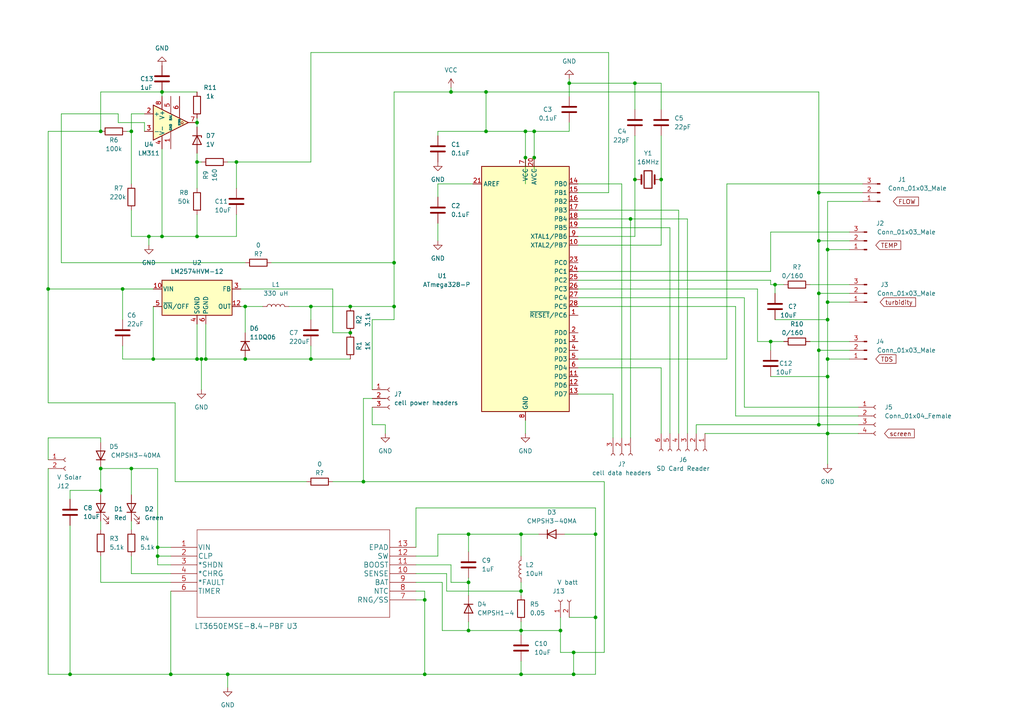
<source format=kicad_sch>
(kicad_sch (version 20211123) (generator eeschema)
  (paper "A4")
  (title_block (title "Remote Water Quality Monitor") (date "2023-02-16") (rev "CDR") (company "Team 29/01"))
  (lib_symbols
    (symbol "2023-02-16_12-26-50:LT3650EMSE-8.4-PBF" (pin_names (offset 0.254))
      (property "Reference" "U" (at 35.56 10.16 0))
      (property "Value" "LT3650EMSE-8.4-PBF" (at 35.56 7.62 0))
      (symbol "LT3650EMSE-8.4-PBF_1_1"
        (polyline (pts (xy 7.62 -20.32) (xy 63.5 -20.32)) (stroke (width 0.127)))
        (polyline (pts (xy 7.62 5.08) (xy 7.62 -20.32)) (stroke (width 0.127)))
        (polyline (pts (xy 63.5 -20.32) (xy 63.5 5.08)) (stroke (width 0.127)))
        (polyline (pts (xy 63.5 5.08) (xy 7.62 5.08)) (stroke (width 0.127)))
        (pin input line (at 0 0 0) (length 7.62) (name "VIN") (number "1"))
        (pin unspecified line (at 71.12 -7.62 180) (length 7.62) (name "SENSE") (number "10"))
        (pin unspecified line (at 71.12 -5.08 180) (length 7.62) (name "BOOST") (number "11"))
        (pin output line (at 71.12 -2.54 180) (length 7.62) (name "SW") (number "12"))
        (pin unspecified line (at 71.12 0 180) (length 7.62) (name "EPAD") (number "13"))
        (pin input line (at 0 -2.54 0) (length 7.62) (name "CLP") (number "2"))
        (pin input line (at 0 -5.08 0) (length 7.62) (name "*SHDN") (number "3"))
        (pin output line (at 0 -7.62 0) (length 7.62) (name "*CHRG") (number "4"))
        (pin output line (at 0 -10.16 0) (length 7.62) (name "*FAULT") (number "5"))
        (pin unspecified line (at 0 -12.7 0) (length 7.62) (name "TIMER") (number "6"))
        (pin unspecified line (at 71.12 -15.24 180) (length 7.62) (name "RNG/SS") (number "7"))
        (pin input line (at 71.12 -12.7 180) (length 7.62) (name "NTC") (number "8"))
        (pin unspecified line (at 71.12 -10.16 180) (length 7.62) (name "BAT") (number "9"))
      )
    )
    (symbol "Comparator:LM311" (pin_names (offset 0.127))
      (property "Reference" "U" (at 3.81 6.35 0))
      (property "Value" "LM311" (at 3.81 3.81 0))
      (symbol "LM311_0_1"
        (polyline (pts (xy 5.08 0) (xy -5.08 5.08) (xy -5.08 -5.08) (xy 5.08 0)) (stroke (width 0.254)) (fill (type background)))
        (polyline (pts (xy 3.683 -0.381) (xy 3.302 -0.381) (xy 3.683 0) (xy 3.302 0.381) (xy 2.921 0) (xy 3.302 -0.381) (xy 2.921 -0.381)) (stroke (width 0.127)))
      )
      (symbol "LM311_1_1"
        (pin passive line (at 0 -7.62 90) (length 5.08) (name "GND") (number "1"))
        (pin input line (at -7.62 2.54 0) (length 2.54) (name "+") (number "2"))
        (pin input line (at -7.62 -2.54 0) (length 2.54) (name "-") (number "3"))
        (pin power_in line (at -2.54 -7.62 90) (length 3.81) (name "V-") (number "4"))
        (pin input line (at 0 7.62 270) (length 5.08) (name "BAL") (number "5"))
        (pin input line (at 2.54 7.62 270) (length 6.35) (name "STRB") (number "6"))
        (pin open_collector line (at 7.62 0 180) (length 2.54) (name "~") (number "7"))
        (pin power_in line (at -2.54 7.62 270) (length 3.81) (name "V+") (number "8"))
      )
    )
    (symbol "Connector:Conn_01x02_Female" (pin_names (offset 1.016) hide)
      (property "Reference" "J" (at 0 2.54 0))
      (property "Value" "Conn_01x02_Female" (at 0 -5.08 0))
      (symbol "Conn_01x02_Female_1_1"
        (arc (start 0 -2.032) (mid -0.508 -2.54) (end 0 -3.048) (stroke (width 0.1524)))
        (polyline (pts (xy -1.27 -2.54) (xy -0.508 -2.54)) (stroke (width 0.1524)))
        (polyline (pts (xy -1.27 0) (xy -0.508 0)) (stroke (width 0.1524)))
        (arc (start 0 0.508) (mid -0.508 0) (end 0 -0.508) (stroke (width 0.1524)))
        (pin passive line (at -5.08 0 0) (length 3.81) (name "Pin_1") (number "1"))
        (pin passive line (at -5.08 -2.54 0) (length 3.81) (name "Pin_2") (number "2"))
      )
    )
    (symbol "Connector:Conn_01x03_Female" (pin_names (offset 1.016) hide)
      (property "Reference" "J" (at 0 5.08 0))
      (property "Value" "Conn_01x03_Female" (at 0 -5.08 0))
      (symbol "Conn_01x03_Female_1_1"
        (arc (start 0 -2.032) (mid -0.508 -2.54) (end 0 -3.048) (stroke (width 0.1524)))
        (polyline (pts (xy -1.27 -2.54) (xy -0.508 -2.54)) (stroke (width 0.1524)))
        (polyline (pts (xy -1.27 0) (xy -0.508 0)) (stroke (width 0.1524)))
        (polyline (pts (xy -1.27 2.54) (xy -0.508 2.54)) (stroke (width 0.1524)))
        (arc (start 0 0.508) (mid -0.508 0) (end 0 -0.508) (stroke (width 0.1524)))
        (arc (start 0 3.048) (mid -0.508 2.54) (end 0 2.032) (stroke (width 0.1524)))
        (pin passive line (at -5.08 2.54 0) (length 3.81) (name "Pin_1") (number "1"))
        (pin passive line (at -5.08 0 0) (length 3.81) (name "Pin_2") (number "2"))
        (pin passive line (at -5.08 -2.54 0) (length 3.81) (name "Pin_3") (number "3"))
      )
    )
    (symbol "Connector:Conn_01x03_Male" (pin_names (offset 1.016) hide)
      (property "Reference" "J" (at 0 5.08 0))
      (property "Value" "Conn_01x03_Male" (at 0 -5.08 0))
      (symbol "Conn_01x03_Male_1_1"
        (polyline (pts (xy 1.27 -2.54) (xy 0.8636 -2.54)) (stroke (width 0.1524)))
        (polyline (pts (xy 1.27 0) (xy 0.8636 0)) (stroke (width 0.1524)))
        (polyline (pts (xy 1.27 2.54) (xy 0.8636 2.54)) (stroke (width 0.1524)))
        (rectangle (start 0.8636 -2.413) (end 0 -2.667) (stroke (width 0.1524)) (fill (type outline)))
        (rectangle (start 0.8636 0.127) (end 0 -0.127) (stroke (width 0.1524)) (fill (type outline)))
        (rectangle (start 0.8636 2.667) (end 0 2.413) (stroke (width 0.1524)) (fill (type outline)))
        (pin passive line (at 5.08 2.54 180) (length 3.81) (name "Pin_1") (number "1"))
        (pin passive line (at 5.08 0 180) (length 3.81) (name "Pin_2") (number "2"))
        (pin passive line (at 5.08 -2.54 180) (length 3.81) (name "Pin_3") (number "3"))
      )
    )
    (symbol "Connector:Conn_01x04_Female" (pin_names (offset 1.016) hide)
      (property "Reference" "J" (at 0 5.08 0))
      (property "Value" "Conn_01x04_Female" (at 0 -7.62 0))
      (symbol "Conn_01x04_Female_1_1"
        (arc (start 0 -4.572) (mid -0.508 -5.08) (end 0 -5.588) (stroke (width 0.1524)))
        (arc (start 0 -2.032) (mid -0.508 -2.54) (end 0 -3.048) (stroke (width 0.1524)))
        (polyline (pts (xy -1.27 -5.08) (xy -0.508 -5.08)) (stroke (width 0.1524)))
        (polyline (pts (xy -1.27 -2.54) (xy -0.508 -2.54)) (stroke (width 0.1524)))
        (polyline (pts (xy -1.27 0) (xy -0.508 0)) (stroke (width 0.1524)))
        (polyline (pts (xy -1.27 2.54) (xy -0.508 2.54)) (stroke (width 0.1524)))
        (arc (start 0 0.508) (mid -0.508 0) (end 0 -0.508) (stroke (width 0.1524)))
        (arc (start 0 3.048) (mid -0.508 2.54) (end 0 2.032) (stroke (width 0.1524)))
        (pin passive line (at -5.08 2.54 0) (length 3.81) (name "Pin_1") (number "1"))
        (pin passive line (at -5.08 0 0) (length 3.81) (name "Pin_2") (number "2"))
        (pin passive line (at -5.08 -2.54 0) (length 3.81) (name "Pin_3") (number "3"))
        (pin passive line (at -5.08 -5.08 0) (length 3.81) (name "Pin_4") (number "4"))
      )
    )
    (symbol "Connector:Conn_01x06_Female" (pin_names (offset 1.016) hide)
      (property "Reference" "J" (at 0 7.62 0))
      (property "Value" "Conn_01x06_Female" (at 0 -10.16 0))
      (symbol "Conn_01x06_Female_1_1"
        (arc (start 0 -7.112) (mid -0.508 -7.62) (end 0 -8.128) (stroke (width 0.1524)))
        (arc (start 0 -4.572) (mid -0.508 -5.08) (end 0 -5.588) (stroke (width 0.1524)))
        (arc (start 0 -2.032) (mid -0.508 -2.54) (end 0 -3.048) (stroke (width 0.1524)))
        (polyline (pts (xy -1.27 -7.62) (xy -0.508 -7.62)) (stroke (width 0.1524)))
        (polyline (pts (xy -1.27 -5.08) (xy -0.508 -5.08)) (stroke (width 0.1524)))
        (polyline (pts (xy -1.27 -2.54) (xy -0.508 -2.54)) (stroke (width 0.1524)))
        (polyline (pts (xy -1.27 0) (xy -0.508 0)) (stroke (width 0.1524)))
        (polyline (pts (xy -1.27 2.54) (xy -0.508 2.54)) (stroke (width 0.1524)))
        (polyline (pts (xy -1.27 5.08) (xy -0.508 5.08)) (stroke (width 0.1524)))
        (arc (start 0 0.508) (mid -0.508 0) (end 0 -0.508) (stroke (width 0.1524)))
        (arc (start 0 3.048) (mid -0.508 2.54) (end 0 2.032) (stroke (width 0.1524)))
        (arc (start 0 5.588) (mid -0.508 5.08) (end 0 4.572) (stroke (width 0.1524)))
        (pin passive line (at -5.08 5.08 0) (length 3.81) (name "Pin_1") (number "1"))
        (pin passive line (at -5.08 2.54 0) (length 3.81) (name "Pin_2") (number "2"))
        (pin passive line (at -5.08 0 0) (length 3.81) (name "Pin_3") (number "3"))
        (pin passive line (at -5.08 -2.54 0) (length 3.81) (name "Pin_4") (number "4"))
        (pin passive line (at -5.08 -5.08 0) (length 3.81) (name "Pin_5") (number "5"))
        (pin passive line (at -5.08 -7.62 0) (length 3.81) (name "Pin_6") (number "6"))
      )
    )
    (symbol "Device:C" (pin_numbers hide) (pin_names (offset 0.254))
      (property "Reference" "C" (at 0.635 2.54 0))
      (property "Value" "C" (at 0.635 -2.54 0))
      (symbol "C_0_1"
        (polyline (pts (xy -2.032 -0.762) (xy 2.032 -0.762)) (stroke (width 0.508)))
        (polyline (pts (xy -2.032 0.762) (xy 2.032 0.762)) (stroke (width 0.508)))
      )
      (symbol "C_1_1"
        (pin passive line (at 0 3.81 270) (length 2.794) (name "~") (number "1"))
        (pin passive line (at 0 -3.81 90) (length 2.794) (name "~") (number "2"))
      )
    )
    (symbol "Device:Crystal" (pin_numbers hide) (pin_names (offset 1.016) hide)
      (property "Reference" "Y" (at 0 3.81 0))
      (property "Value" "Crystal" (at 0 -3.81 0))
      (symbol "Crystal_0_1"
        (rectangle (start -1.143 2.54) (end 1.143 -2.54) (stroke (width 0.3048)))
        (polyline (pts (xy -2.54 0) (xy -1.905 0)))
        (polyline (pts (xy -1.905 -1.27) (xy -1.905 1.27)) (stroke (width 0.508)))
        (polyline (pts (xy 1.905 -1.27) (xy 1.905 1.27)) (stroke (width 0.508)))
        (polyline (pts (xy 2.54 0) (xy 1.905 0)))
      )
      (symbol "Crystal_1_1"
        (pin passive line (at -3.81 0 0) (length 1.27) (name "1") (number "1"))
        (pin passive line (at 3.81 0 180) (length 1.27) (name "2") (number "2"))
      )
    )
    (symbol "Device:D" (pin_numbers hide) (pin_names (offset 1.016) hide)
      (property "Reference" "D" (at 0 2.54 0))
      (property "Value" "D" (at 0 -2.54 0))
      (symbol "D_0_1"
        (polyline (pts (xy -1.27 1.27) (xy -1.27 -1.27)) (stroke (width 0.254)))
        (polyline (pts (xy 1.27 0) (xy -1.27 0)))
        (polyline (pts (xy 1.27 1.27) (xy 1.27 -1.27) (xy -1.27 0) (xy 1.27 1.27)) (stroke (width 0.254)))
      )
      (symbol "D_1_1"
        (pin passive line (at -3.81 0 0) (length 2.54) (name "K") (number "1"))
        (pin passive line (at 3.81 0 180) (length 2.54) (name "A") (number "2"))
      )
    )
    (symbol "Device:D_Zener" (pin_numbers hide) (pin_names (offset 1.016) hide)
      (property "Reference" "D" (at 0 2.54 0))
      (property "Value" "D_Zener" (at 0 -2.54 0))
      (symbol "D_Zener_0_1"
        (polyline (pts (xy 1.27 0) (xy -1.27 0)))
        (polyline (pts (xy -1.27 -1.27) (xy -1.27 1.27) (xy -0.762 1.27)) (stroke (width 0.254)))
        (polyline (pts (xy 1.27 -1.27) (xy 1.27 1.27) (xy -1.27 0) (xy 1.27 -1.27)) (stroke (width 0.254)))
      )
      (symbol "D_Zener_1_1"
        (pin passive line (at -3.81 0 0) (length 2.54) (name "K") (number "1"))
        (pin passive line (at 3.81 0 180) (length 2.54) (name "A") (number "2"))
      )
    )
    (symbol "Device:L" (pin_numbers hide) (pin_names (offset 1.016) hide)
      (property "Reference" "L" (at -1.27 0 90))
      (property "Value" "L" (at 1.905 0 90))
      (symbol "L_0_1"
        (arc (start 0 -2.54) (mid 0.635 -1.905) (end 0 -1.27))
        (arc (start 0 -1.27) (mid 0.635 -0.635) (end 0 0))
        (arc (start 0 0) (mid 0.635 0.635) (end 0 1.27))
        (arc (start 0 1.27) (mid 0.635 1.905) (end 0 2.54))
      )
      (symbol "L_1_1"
        (pin passive line (at 0 3.81 270) (length 1.27) (name "1") (number "1"))
        (pin passive line (at 0 -3.81 90) (length 1.27) (name "2") (number "2"))
      )
    )
    (symbol "Device:LED" (pin_numbers hide) (pin_names (offset 1.016) hide)
      (property "Reference" "D" (at 0 2.54 0))
      (property "Value" "LED" (at 0 -2.54 0))
      (symbol "LED_0_1"
        (polyline (pts (xy -1.27 -1.27) (xy -1.27 1.27)) (stroke (width 0.254)))
        (polyline (pts (xy -1.27 0) (xy 1.27 0)))
        (polyline (pts (xy 1.27 -1.27) (xy 1.27 1.27) (xy -1.27 0) (xy 1.27 -1.27)) (stroke (width 0.254)))
        (polyline (pts (xy -3.048 -0.762) (xy -4.572 -2.286) (xy -3.81 -2.286) (xy -4.572 -2.286) (xy -4.572 -1.524)))
        (polyline (pts (xy -1.778 -0.762) (xy -3.302 -2.286) (xy -2.54 -2.286) (xy -3.302 -2.286) (xy -3.302 -1.524)))
      )
      (symbol "LED_1_1"
        (pin passive line (at -3.81 0 0) (length 2.54) (name "K") (number "1"))
        (pin passive line (at 3.81 0 180) (length 2.54) (name "A") (number "2"))
      )
    )
    (symbol "Device:R" (pin_numbers hide) (pin_names (offset 0))
      (property "Reference" "R" (at 2.032 0 90))
      (property "Value" "R" (at 0 0 90))
      (symbol "R_0_1"
        (rectangle (start -1.016 -2.54) (end 1.016 2.54) (stroke (width 0.254)))
      )
      (symbol "R_1_1"
        (pin passive line (at 0 3.81 270) (length 1.27) (name "~") (number "1"))
        (pin passive line (at 0 -3.81 90) (length 1.27) (name "~") (number "2"))
      )
    )
    (symbol "MCU_Microchip_ATmega:ATmega328-P"
      (property "Reference" "U" (at -12.7 36.83 0))
      (property "Value" "ATmega328-P" (at 2.54 -36.83 0))
      (symbol "ATmega328-P_0_1"
        (rectangle (start -12.7 -35.56) (end 12.7 35.56) (stroke (width 0.254)) (fill (type background)))
      )
      (symbol "ATmega328-P_1_1"
        (pin bidirectional line (at 15.24 -7.62 180) (length 2.54) (name "~{RESET}/PC6") (number "1"))
        (pin bidirectional line (at 15.24 12.7 180) (length 2.54) (name "XTAL2/PB7") (number "10"))
        (pin bidirectional line (at 15.24 -25.4 180) (length 2.54) (name "PD5") (number "11"))
        (pin bidirectional line (at 15.24 -27.94 180) (length 2.54) (name "PD6") (number "12"))
        (pin bidirectional line (at 15.24 -30.48 180) (length 2.54) (name "PD7") (number "13"))
        (pin bidirectional line (at 15.24 30.48 180) (length 2.54) (name "PB0") (number "14"))
        (pin bidirectional line (at 15.24 27.94 180) (length 2.54) (name "PB1") (number "15"))
        (pin bidirectional line (at 15.24 25.4 180) (length 2.54) (name "PB2") (number "16"))
        (pin bidirectional line (at 15.24 22.86 180) (length 2.54) (name "PB3") (number "17"))
        (pin bidirectional line (at 15.24 20.32 180) (length 2.54) (name "PB4") (number "18"))
        (pin bidirectional line (at 15.24 17.78 180) (length 2.54) (name "PB5") (number "19"))
        (pin bidirectional line (at 15.24 -12.7 180) (length 2.54) (name "PD0") (number "2"))
        (pin power_in line (at 2.54 38.1 270) (length 2.54) (name "AVCC") (number "20"))
        (pin passive line (at -15.24 30.48 0) (length 2.54) (name "AREF") (number "21"))
        (pin passive line (at 0 -38.1 90) (length 2.54) hide (name "GND") (number "22"))
        (pin bidirectional line (at 15.24 7.62 180) (length 2.54) (name "PC0") (number "23"))
        (pin bidirectional line (at 15.24 5.08 180) (length 2.54) (name "PC1") (number "24"))
        (pin bidirectional line (at 15.24 2.54 180) (length 2.54) (name "PC2") (number "25"))
        (pin bidirectional line (at 15.24 0 180) (length 2.54) (name "PC3") (number "26"))
        (pin bidirectional line (at 15.24 -2.54 180) (length 2.54) (name "PC4") (number "27"))
        (pin bidirectional line (at 15.24 -5.08 180) (length 2.54) (name "PC5") (number "28"))
        (pin bidirectional line (at 15.24 -15.24 180) (length 2.54) (name "PD1") (number "3"))
        (pin bidirectional line (at 15.24 -17.78 180) (length 2.54) (name "PD2") (number "4"))
        (pin bidirectional line (at 15.24 -20.32 180) (length 2.54) (name "PD3") (number "5"))
        (pin bidirectional line (at 15.24 -22.86 180) (length 2.54) (name "PD4") (number "6"))
        (pin power_in line (at 0 38.1 270) (length 2.54) (name "VCC") (number "7"))
        (pin power_in line (at 0 -38.1 90) (length 2.54) (name "GND") (number "8"))
        (pin bidirectional line (at 15.24 15.24 180) (length 2.54) (name "XTAL1/PB6") (number "9"))
      )
    )
    (symbol "Regulator_Switching:LM2574HVM-12" (pin_names (offset 0.254))
      (property "Reference" "U" (at -10.16 6.35 0))
      (property "Value" "LM2574HVM-12" (at -5.08 6.35 0))
      (symbol "LM2574HVM-12_0_1"
        (rectangle (start -10.16 5.08) (end 10.16 -5.08) (stroke (width 0.254)) (fill (type background)))
      )
      (symbol "LM2574HVM-12_1_1"
        (pin power_in line (at -12.7 2.54 0) (length 2.54) (name "VIN") (number "10"))
        (pin output line (at 12.7 -2.54 180) (length 2.54) (name "OUT") (number "12"))
        (pin input line (at 12.7 2.54 180) (length 2.54) (name "FB") (number "3"))
        (pin power_in line (at 0 -7.62 90) (length 2.54) (name "SGND") (number "4"))
        (pin input line (at -12.7 -2.54 0) (length 2.54) (name "~{ON}/OFF") (number "5"))
        (pin power_in line (at 2.54 -7.62 90) (length 2.54) (name "PGND") (number "6"))
      )
    )
    (symbol "power:GND" (power) (pin_names (offset 0))
      (property "Value" "GND" (at 0 -3.81 0))
      (symbol "GND_0_1"
        (polyline (pts (xy 0 0) (xy 0 -1.27) (xy 1.27 -1.27) (xy 0 -2.54) (xy -1.27 -1.27) (xy 0 -1.27)))
      )
      (symbol "GND_1_1"
        (pin power_in line (at 0 0 270) (length 0) hide (name "GND") (number "1"))
      )
    )
    (symbol "power:VCC" (power) (pin_names (offset 0))
      (property "Value" "VCC" (at 0 3.81 0))
      (symbol "VCC_0_1"
        (polyline (pts (xy -0.762 1.27) (xy 0 2.54)))
        (polyline (pts (xy 0 0) (xy 0 2.54)))
        (polyline (pts (xy 0 2.54) (xy 0.762 1.27)))
      )
      (symbol "VCC_1_1"
        (pin power_in line (at 0 0 90) (length 0) hide (name "VCC") (number "1"))
      )
    )
  )
  (junction (at 151.13 195.58))
  (junction (at 49.53 195.58))
  (junction (at 240.03 72.39))
  (junction (at 101.6 88.9))
  (junction (at 114.3 88.9))
  (junction (at 59.69 104.14))
  (junction (at 135.89 168.91))
  (junction (at 182.88 63.5))
  (junction (at 240.03 92.71))
  (junction (at 101.6 96.52))
  (junction (at 29.21 135.89))
  (junction (at 191.77 52.07))
  (junction (at 151.13 171.45))
  (junction (at 240.03 125.73))
  (junction (at 237.49 85.09))
  (junction (at 45.72 161.29))
  (junction (at 13.97 83.82))
  (junction (at 240.03 87.63))
  (junction (at 162.56 182.88))
  (junction (at 90.17 104.14))
  (junction (at 29.21 38.1))
  (junction (at 68.58 46.99))
  (junction (at 38.1 38.1))
  (junction (at 57.15 35.56))
  (junction (at 240.03 109.22))
  (junction (at 135.89 182.88))
  (junction (at 237.49 55.88))
  (junction (at 20.32 195.58))
  (junction (at 152.4 45.72))
  (junction (at 123.19 173.99))
  (junction (at 140.97 38.1))
  (junction (at 130.81 26.67))
  (junction (at 58.42 104.14))
  (junction (at 223.52 99.06))
  (junction (at 90.17 88.9))
  (junction (at 71.12 88.9))
  (junction (at 71.12 104.14))
  (junction (at 43.18 68.58))
  (junction (at 240.03 104.14))
  (junction (at 29.21 142.24))
  (junction (at 66.04 195.58))
  (junction (at 165.1 24.13))
  (junction (at 184.15 24.13))
  (junction (at 166.37 189.23))
  (junction (at 123.19 195.58))
  (junction (at 140.97 26.67))
  (junction (at 105.41 139.7))
  (junction (at 172.72 179.07))
  (junction (at 135.89 154.94))
  (junction (at 184.15 52.07))
  (junction (at 57.15 46.99))
  (junction (at 151.13 182.88))
  (junction (at 57.15 68.58))
  (junction (at 151.13 154.94))
  (junction (at 152.4 38.1))
  (junction (at 237.49 101.6))
  (junction (at 35.56 83.82))
  (junction (at 46.99 26.67))
  (junction (at 237.49 123.19))
  (junction (at 57.15 104.14))
  (junction (at 237.49 69.85))
  (junction (at 46.99 68.58))
  (junction (at 45.72 158.75))
  (junction (at 172.72 154.94))
  (junction (at 114.3 76.2))
  (junction (at 38.1 135.89))
  (junction (at 166.37 195.58))
  (junction (at 154.94 45.72))
  (junction (at 44.45 104.14))
  (junction (at 224.79 82.55))
  (junction (at 154.94 38.1))
  (wire (pts (xy 13.97 133.35) (xy 13.97 127)))
  (wire (pts (xy 120.65 168.91) (xy 128.27 168.91)))
  (wire (pts (xy 59.69 104.14) (xy 58.42 104.14)))
  (wire (pts (xy 240.03 58.42) (xy 250.19 58.42)))
  (wire (pts (xy 29.21 127) (xy 29.21 128.27)))
  (wire (pts (xy 71.12 76.2) (xy 17.78 76.2)))
  (wire (pts (xy 176.53 55.88) (xy 167.64 55.88)))
  (wire (pts (xy 151.13 180.34) (xy 151.13 182.88)))
  (wire (pts (xy 152.4 45.72) (xy 152.4 53.34)))
  (wire (pts (xy 120.65 173.99) (xy 123.19 173.99)))
  (wire (pts (xy 66.04 46.99) (xy 68.58 46.99)))
  (wire (pts (xy 240.03 134.62) (xy 240.03 125.73)))
  (wire (pts (xy 96.52 83.82) (xy 96.52 96.52)))
  (wire (pts (xy 120.65 147.32) (xy 172.72 147.32)))
  (wire (pts (xy 167.64 71.12) (xy 191.77 71.12)))
  (wire (pts (xy 45.72 163.83) (xy 49.53 163.83)))
  (wire (pts (xy 57.15 104.14) (xy 44.45 104.14)))
  (wire (pts (xy 151.13 168.91) (xy 151.13 171.45)))
  (wire (pts (xy 59.69 93.98) (xy 59.69 104.14)))
  (wire (pts (xy 38.1 151.13) (xy 38.1 153.67)))
  (wire (pts (xy 50.8 139.7) (xy 50.8 116.84)))
  (wire (pts (xy 44.45 104.14) (xy 35.56 104.14)))
  (wire (pts (xy 114.3 76.2) (xy 114.3 88.9)))
  (wire (pts (xy 237.49 55.88) (xy 250.19 55.88)))
  (wire (pts (xy 127 39.37) (xy 127 38.1)))
  (wire (pts (xy 234.95 82.55) (xy 246.38 82.55)))
  (wire (pts (xy 167.64 68.58) (xy 184.15 68.58)))
  (wire (pts (xy 114.3 26.67) (xy 130.81 26.67)))
  (wire (pts (xy 35.56 100.33) (xy 35.56 104.14)))
  (wire (pts (xy 194.31 66.04) (xy 194.31 125.73)))
  (wire (pts (xy 90.17 46.99) (xy 90.17 15.24)))
  (wire (pts (xy 127 53.34) (xy 127 57.15)))
  (wire (pts (xy 210.82 104.14) (xy 210.82 53.34)))
  (wire (pts (xy 120.65 147.32) (xy 120.65 158.75)))
  (wire (pts (xy 151.13 154.94) (xy 135.89 154.94)))
  (wire (pts (xy 88.9 139.7) (xy 50.8 139.7)))
  (wire (pts (xy 38.1 68.58) (xy 43.18 68.58)))
  (wire (pts (xy 165.1 38.1) (xy 165.1 35.56)))
  (wire (pts (xy 38.1 60.96) (xy 38.1 68.58)))
  (wire (pts (xy 210.82 53.34) (xy 250.19 53.34)))
  (wire (pts (xy 38.1 135.89) (xy 45.72 135.89)))
  (wire (pts (xy 34.29 35.56) (xy 41.91 35.56)))
  (wire (pts (xy 151.13 171.45) (xy 151.13 172.72)))
  (wire (pts (xy 49.53 171.45) (xy 49.53 195.58)))
  (wire (pts (xy 240.03 58.42) (xy 240.03 72.39)))
  (wire (pts (xy 154.94 38.1) (xy 154.94 45.72)))
  (wire (pts (xy 166.37 189.23) (xy 175.26 189.23)))
  (wire (pts (xy 57.15 34.29) (xy 57.15 35.56)))
  (wire (pts (xy 29.21 38.1) (xy 29.21 26.67)))
  (wire (pts (xy 191.77 24.13) (xy 184.15 24.13)))
  (wire (pts (xy 151.13 182.88) (xy 162.56 182.88)))
  (wire (pts (xy 240.03 72.39) (xy 246.38 72.39)))
  (wire (pts (xy 20.32 195.58) (xy 49.53 195.58)))
  (wire (pts (xy 38.1 135.89) (xy 38.1 143.51)))
  (wire (pts (xy 240.03 125.73) (xy 248.92 125.73)))
  (wire (pts (xy 43.18 68.58) (xy 43.18 71.12)))
  (wire (pts (xy 191.77 106.68) (xy 191.77 125.73)))
  (wire (pts (xy 46.99 26.67) (xy 57.15 26.67)))
  (wire (pts (xy 219.71 83.82) (xy 219.71 99.06)))
  (wire (pts (xy 101.6 88.9) (xy 114.3 88.9)))
  (wire (pts (xy 107.95 113.03) (xy 107.95 92.71)))
  (wire (pts (xy 167.64 104.14) (xy 210.82 104.14)))
  (wire (pts (xy 237.49 101.6) (xy 246.38 101.6)))
  (wire (pts (xy 57.15 62.23) (xy 57.15 68.58)))
  (wire (pts (xy 240.03 104.14) (xy 240.03 92.71)))
  (wire (pts (xy 165.1 22.86) (xy 165.1 24.13)))
  (wire (pts (xy 215.9 118.11) (xy 248.92 118.11)))
  (wire (pts (xy 223.52 109.22) (xy 240.03 109.22)))
  (wire (pts (xy 13.97 127) (xy 29.21 127)))
  (wire (pts (xy 137.16 53.34) (xy 127 53.34)))
  (wire (pts (xy 71.12 88.9) (xy 71.12 96.52)))
  (wire (pts (xy 57.15 44.45) (xy 57.15 46.99)))
  (wire (pts (xy 163.83 154.94) (xy 172.72 154.94)))
  (wire (pts (xy 151.13 182.88) (xy 151.13 184.15)))
  (wire (pts (xy 172.72 154.94) (xy 172.72 179.07)))
  (wire (pts (xy 191.77 52.07) (xy 191.77 71.12)))
  (wire (pts (xy 176.53 15.24) (xy 176.53 55.88)))
  (wire (pts (xy 167.64 78.74) (xy 223.52 78.74)))
  (wire (pts (xy 152.4 121.92) (xy 152.4 125.73)))
  (wire (pts (xy 162.56 189.23) (xy 166.37 189.23)))
  (wire (pts (xy 13.97 116.84) (xy 13.97 83.82)))
  (wire (pts (xy 180.34 53.34) (xy 180.34 127)))
  (wire (pts (xy 237.49 69.85) (xy 246.38 69.85)))
  (wire (pts (xy 90.17 104.14) (xy 101.6 104.14)))
  (wire (pts (xy 184.15 24.13) (xy 165.1 24.13)))
  (wire (pts (xy 17.78 33.02) (xy 34.29 33.02)))
  (wire (pts (xy 29.21 26.67) (xy 46.99 26.67)))
  (wire (pts (xy 166.37 189.23) (xy 166.37 195.58)))
  (wire (pts (xy 123.19 195.58) (xy 151.13 195.58)))
  (wire (pts (xy 57.15 93.98) (xy 57.15 104.14)))
  (wire (pts (xy 105.41 139.7) (xy 96.52 139.7)))
  (wire (pts (xy 120.65 161.29) (xy 127 161.29)))
  (wire (pts (xy 123.19 171.45) (xy 123.19 173.99)))
  (wire (pts (xy 184.15 39.37) (xy 184.15 52.07)))
  (wire (pts (xy 66.04 195.58) (xy 123.19 195.58)))
  (wire (pts (xy 43.18 68.58) (xy 46.99 68.58)))
  (wire (pts (xy 237.49 101.6) (xy 237.49 123.19)))
  (wire (pts (xy 71.12 104.14) (xy 59.69 104.14)))
  (wire (pts (xy 223.52 82.55) (xy 224.79 82.55)))
  (wire (pts (xy 167.64 53.34) (xy 180.34 53.34)))
  (wire (pts (xy 135.89 154.94) (xy 135.89 160.02)))
  (wire (pts (xy 219.71 99.06) (xy 223.52 99.06)))
  (wire (pts (xy 114.3 76.2) (xy 78.74 76.2)))
  (wire (pts (xy 152.4 38.1) (xy 152.4 45.72)))
  (wire (pts (xy 127 161.29) (xy 127 154.94)))
  (wire (pts (xy 128.27 182.88) (xy 135.89 182.88)))
  (wire (pts (xy 20.32 142.24) (xy 29.21 142.24)))
  (wire (pts (xy 130.81 163.83) (xy 130.81 168.91)))
  (wire (pts (xy 96.52 96.52) (xy 101.6 96.52)))
  (wire (pts (xy 151.13 191.77) (xy 151.13 195.58)))
  (wire (pts (xy 162.56 179.07) (xy 162.56 182.88)))
  (wire (pts (xy 38.1 38.1) (xy 38.1 33.02)))
  (wire (pts (xy 240.03 104.14) (xy 240.03 109.22)))
  (wire (pts (xy 177.8 114.3) (xy 177.8 127)))
  (wire (pts (xy 57.15 46.99) (xy 57.15 54.61)))
  (wire (pts (xy 215.9 86.36) (xy 215.9 118.11)))
  (wire (pts (xy 152.4 38.1) (xy 154.94 38.1)))
  (wire (pts (xy 114.3 76.2) (xy 114.3 26.67)))
  (wire (pts (xy 167.64 114.3) (xy 177.8 114.3)))
  (wire (pts (xy 172.72 179.07) (xy 165.1 179.07)))
  (wire (pts (xy 165.1 24.13) (xy 165.1 27.94)))
  (wire (pts (xy 154.94 38.1) (xy 165.1 38.1)))
  (wire (pts (xy 105.41 115.57) (xy 107.95 115.57)))
  (wire (pts (xy 130.81 26.67) (xy 130.81 25.4)))
  (wire (pts (xy 120.65 163.83) (xy 130.81 163.83)))
  (wire (pts (xy 45.72 135.89) (xy 45.72 158.75)))
  (wire (pts (xy 135.89 168.91) (xy 135.89 172.72)))
  (wire (pts (xy 90.17 100.33) (xy 90.17 104.14)))
  (wire (pts (xy 45.72 161.29) (xy 49.53 161.29)))
  (wire (pts (xy 36.83 38.1) (xy 38.1 38.1)))
  (wire (pts (xy 68.58 62.23) (xy 68.58 68.58)))
  (wire (pts (xy 29.21 142.24) (xy 29.21 143.51)))
  (wire (pts (xy 90.17 88.9) (xy 90.17 92.71)))
  (wire (pts (xy 140.97 26.67) (xy 140.97 38.1)))
  (wire (pts (xy 57.15 36.83) (xy 57.15 35.56)))
  (wire (pts (xy 213.36 120.65) (xy 248.92 120.65)))
  (wire (pts (xy 162.56 182.88) (xy 162.56 189.23)))
  (wire (pts (xy 167.64 106.68) (xy 191.77 106.68)))
  (wire (pts (xy 151.13 154.94) (xy 151.13 161.29)))
  (wire (pts (xy 135.89 182.88) (xy 151.13 182.88)))
  (wire (pts (xy 135.89 180.34) (xy 135.89 182.88)))
  (wire (pts (xy 129.54 166.37) (xy 129.54 171.45)))
  (wire (pts (xy 49.53 195.58) (xy 66.04 195.58)))
  (wire (pts (xy 29.21 161.29) (xy 29.21 168.91)))
  (wire (pts (xy 223.52 99.06) (xy 227.33 99.06)))
  (wire (pts (xy 34.29 33.02) (xy 34.29 35.56)))
  (wire (pts (xy 38.1 166.37) (xy 49.53 166.37)))
  (wire (pts (xy 172.72 179.07) (xy 172.72 195.58)))
  (wire (pts (xy 224.79 92.71) (xy 240.03 92.71)))
  (wire (pts (xy 240.03 92.71) (xy 240.03 87.63)))
  (wire (pts (xy 128.27 168.91) (xy 128.27 182.88)))
  (wire (pts (xy 29.21 135.89) (xy 29.21 142.24)))
  (wire (pts (xy 20.32 152.4) (xy 20.32 195.58)))
  (wire (pts (xy 223.52 78.74) (xy 223.52 67.31)))
  (wire (pts (xy 69.85 88.9) (xy 71.12 88.9)))
  (wire (pts (xy 151.13 195.58) (xy 166.37 195.58)))
  (wire (pts (xy 213.36 88.9) (xy 213.36 120.65)))
  (wire (pts (xy 71.12 88.9) (xy 76.2 88.9)))
  (wire (pts (xy 13.97 195.58) (xy 20.32 195.58)))
  (wire (pts (xy 68.58 46.99) (xy 68.58 54.61)))
  (wire (pts (xy 69.85 83.82) (xy 96.52 83.82)))
  (wire (pts (xy 167.64 83.82) (xy 219.71 83.82)))
  (wire (pts (xy 83.82 88.9) (xy 90.17 88.9)))
  (wire (pts (xy 154.94 49.53) (xy 154.94 45.72)))
  (wire (pts (xy 90.17 15.24) (xy 176.53 15.24)))
  (wire (pts (xy 184.15 52.07) (xy 184.15 68.58)))
  (wire (pts (xy 38.1 38.1) (xy 38.1 53.34)))
  (wire (pts (xy 35.56 83.82) (xy 35.56 92.71)))
  (wire (pts (xy 20.32 144.78) (xy 20.32 142.24)))
  (wire (pts (xy 224.79 82.55) (xy 227.33 82.55)))
  (wire (pts (xy 46.99 68.58) (xy 57.15 68.58)))
  (wire (pts (xy 45.72 158.75) (xy 49.53 158.75)))
  (wire (pts (xy 120.65 171.45) (xy 123.19 171.45)))
  (wire (pts (xy 237.49 55.88) (xy 237.49 69.85)))
  (wire (pts (xy 234.95 99.06) (xy 246.38 99.06)))
  (wire (pts (xy 120.65 166.37) (xy 129.54 166.37)))
  (wire (pts (xy 182.88 63.5) (xy 182.88 127)))
  (wire (pts (xy 107.95 92.71) (xy 114.3 92.71)))
  (wire (pts (xy 191.77 31.75) (xy 191.77 24.13)))
  (wire (pts (xy 127 69.85) (xy 127 64.77)))
  (wire (pts (xy 127 38.1) (xy 140.97 38.1)))
  (wire (pts (xy 224.79 82.55) (xy 224.79 85.09)))
  (wire (pts (xy 140.97 38.1) (xy 152.4 38.1)))
  (wire (pts (xy 167.64 86.36) (xy 215.9 86.36)))
  (wire (pts (xy 201.93 125.73) (xy 201.93 123.19)))
  (wire (pts (xy 45.72 158.75) (xy 45.72 161.29)))
  (wire (pts (xy 13.97 135.89) (xy 13.97 195.58)))
  (wire (pts (xy 90.17 88.9) (xy 101.6 88.9)))
  (wire (pts (xy 123.19 173.99) (xy 123.19 195.58)))
  (wire (pts (xy 29.21 168.91) (xy 49.53 168.91)))
  (wire (pts (xy 237.49 85.09) (xy 237.49 101.6)))
  (wire (pts (xy 111.76 123.19) (xy 111.76 125.73)))
  (wire (pts (xy 127 154.94) (xy 135.89 154.94)))
  (wire (pts (xy 44.45 88.9) (xy 44.45 104.14)))
  (wire (pts (xy 130.81 168.91) (xy 135.89 168.91)))
  (wire (pts (xy 240.03 87.63) (xy 240.03 72.39)))
  (wire (pts (xy 13.97 83.82) (xy 13.97 38.1)))
  (wire (pts (xy 167.64 81.28) (xy 223.52 81.28)))
  (wire (pts (xy 175.26 189.23) (xy 175.26 139.7)))
  (wire (pts (xy 175.26 139.7) (xy 105.41 139.7)))
  (wire (pts (xy 237.49 85.09) (xy 246.38 85.09)))
  (wire (pts (xy 114.3 88.9) (xy 114.3 92.71)))
  (wire (pts (xy 68.58 46.99) (xy 90.17 46.99)))
  (wire (pts (xy 57.15 68.58) (xy 68.58 68.58)))
  (wire (pts (xy 167.64 88.9) (xy 213.36 88.9)))
  (wire (pts (xy 156.21 154.94) (xy 151.13 154.94)))
  (wire (pts (xy 240.03 87.63) (xy 246.38 87.63)))
  (wire (pts (xy 107.95 123.19) (xy 111.76 123.19)))
  (wire (pts (xy 223.52 67.31) (xy 246.38 67.31)))
  (wire (pts (xy 58.42 104.14) (xy 58.42 113.03)))
  (wire (pts (xy 29.21 135.89) (xy 38.1 135.89)))
  (wire (pts (xy 46.99 26.67) (xy 46.99 27.94)))
  (wire (pts (xy 237.49 69.85) (xy 237.49 85.09)))
  (wire (pts (xy 38.1 161.29) (xy 38.1 166.37)))
  (wire (pts (xy 129.54 171.45) (xy 151.13 171.45)))
  (wire (pts (xy 66.04 195.58) (xy 66.04 199.39)))
  (wire (pts (xy 167.64 63.5) (xy 182.88 63.5)))
  (wire (pts (xy 17.78 76.2) (xy 17.78 33.02)))
  (wire (pts (xy 237.49 123.19) (xy 248.92 123.19)))
  (wire (pts (xy 45.72 161.29) (xy 45.72 163.83)))
  (wire (pts (xy 57.15 46.99) (xy 58.42 46.99)))
  (wire (pts (xy 196.85 60.96) (xy 196.85 125.73)))
  (wire (pts (xy 13.97 83.82) (xy 35.56 83.82)))
  (wire (pts (xy 184.15 31.75) (xy 184.15 24.13)))
  (wire (pts (xy 201.93 123.19) (xy 237.49 123.19)))
  (wire (pts (xy 50.8 116.84) (xy 13.97 116.84)))
  (wire (pts (xy 35.56 83.82) (xy 44.45 83.82)))
  (wire (pts (xy 71.12 104.14) (xy 90.17 104.14)))
  (wire (pts (xy 46.99 43.18) (xy 46.99 68.58)))
  (wire (pts (xy 167.64 60.96) (xy 196.85 60.96)))
  (wire (pts (xy 58.42 104.14) (xy 57.15 104.14)))
  (wire (pts (xy 191.77 39.37) (xy 191.77 52.07)))
  (wire (pts (xy 223.52 81.28) (xy 223.52 82.55)))
  (wire (pts (xy 223.52 99.06) (xy 223.52 101.6)))
  (wire (pts (xy 107.95 118.11) (xy 107.95 123.19)))
  (wire (pts (xy 240.03 104.14) (xy 246.38 104.14)))
  (wire (pts (xy 105.41 139.7) (xy 105.41 115.57)))
  (wire (pts (xy 38.1 33.02) (xy 41.91 33.02)))
  (wire (pts (xy 140.97 26.67) (xy 237.49 26.67)))
  (wire (pts (xy 204.47 125.73) (xy 240.03 125.73)))
  (wire (pts (xy 140.97 26.67) (xy 130.81 26.67)))
  (wire (pts (xy 237.49 26.67) (xy 237.49 55.88)))
  (wire (pts (xy 199.39 125.73) (xy 199.39 63.5)))
  (wire (pts (xy 172.72 147.32) (xy 172.72 154.94)))
  (wire (pts (xy 182.88 63.5) (xy 199.39 63.5)))
  (wire (pts (xy 167.64 66.04) (xy 194.31 66.04)))
  (wire (pts (xy 166.37 195.58) (xy 172.72 195.58)))
  (wire (pts (xy 13.97 38.1) (xy 29.21 38.1)))
  (wire (pts (xy 41.91 35.56) (xy 41.91 38.1)))
  (wire (pts (xy 135.89 167.64) (xy 135.89 168.91)))
  (wire (pts (xy 240.03 109.22) (xy 240.03 125.73)))
  (wire (pts (xy 29.21 151.13) (xy 29.21 153.67)))
  (global_label "FLOW" (shape input) (at 259.08 58.42 0) (property "Intersheet References" "${INTERSHEET_REFS}" (effects hide)))
  (global_label "TEMP" (shape input) (at 254 71.12 0) (property "Intersheet References" "${INTERSHEET_REFS}" (effects hide)))
  (global_label "turbidity" (shape input) (at 255.27 87.63 0) (property "Intersheet References" "${INTERSHEET_REFS}" (effects hide)))
  (global_label "TDS" (shape input) (at 254 104.14 0) (property "Intersheet References" "${INTERSHEET_REFS}" (effects hide)))
  (global_label "screen" (shape input) (at 256.54 125.73 0) (property "Intersheet References" "${INTERSHEET_REFS}" (effects hide)))
  (symbol (lib_id "Device:C") (at 127 60.96 0) (unit 1)
    (property "Reference" "C2" (at 130.81 59.6899 0) (effects (justify left)))
    (property "Value" "0.1uF" (at 130.81 62.2299 0) (effects (justify left)))
    (property "Footprint" "Capacitor_SMD:C_1206_3216Metric" (effects hide))
  )
  (symbol (lib_id "Device:D") (at 29.21 132.08 90) (unit 1)
    (property "Reference" "D5" (at 33.02 129.54 90))
    (property "Value" "CMPSH3-40MA" (at 39.37 132.08 90))
    (property "Footprint" "Diode_SMD:D_SMB" (effects hide))
  )
  (symbol (lib_id "Device:LED") (at 29.21 147.32 90) (unit 1)
    (property "Reference" "D1" (at 33.02 147.6374 90) (effects (justify right)))
    (property "Value" "Red" (at 33.02 150.1774 90) (effects (justify right)))
    (property "Footprint" "Diode_SMD:D_1206_3216Metric" (effects hide))
  )
  (symbol (lib_id "power:GND") (at 46.99 19.05 180) (unit 1)
    (property "Reference" "#PWR01" (effects hide))
    (property "Value" "GND" (at 46.99 13.97 0))
  )
  (symbol (lib_id "Device:R") (at 38.1 57.15 180) (unit 1)
    (property "Reference" "R7" (at 33.02 54.61 0) (effects (justify right)))
    (property "Value" "220k" (at 31.75 57.15 0) (effects (justify right)))
    (property "Footprint" "Resistor_SMD:R_1206_3216Metric" (effects hide))
  )
  (symbol (lib_id "Connector:Conn_01x06_Female") (at 199.39 130.81 270) (unit 1)
    (property "Reference" "J6" (at 198.12 133.35 90))
    (property "Value" "SD Card Reader" (at 198.12 135.89 90))
    (property "Footprint" "Connector_PinHeader_2.54mm:PinHeader_1x06_P2.54mm_Vertical" (effects hide))
  )
  (symbol (lib_id "Device:L") (at 80.01 88.9 90) (unit 1)
    (property "Reference" "L1" (at 80.01 82.55 90))
    (property "Value" "330 uH" (at 80.01 85.09 90))
    (property "Footprint" "Inductor_SMD:L_Bourns-SRU8028_8.0x8.0mm" (effects hide))
  )
  (symbol (lib_id "Device:C") (at 127 43.18 0) (unit 1)
    (property "Reference" "C1" (at 130.81 41.9099 0) (effects (justify left)))
    (property "Value" "0.1uF" (at 130.81 44.4499 0) (effects (justify left)))
    (property "Footprint" "Capacitor_SMD:C_1206_3216Metric" (effects hide))
  )
  (symbol (lib_id "Connector:Conn_01x03_Male") (at 251.46 69.85 180) (unit 1)
    (property "Reference" "J2" (at 255.27 64.77 0))
    (property "Value" "Conn_01x03_Male" (at 262.89 67.31 0))
    (property "Footprint" "Connector_PinHeader_2.54mm:PinHeader_1x03_P2.54mm_Vertical" (effects hide))
  )
  (symbol (lib_id "Device:D_Zener") (at 57.15 40.64 270) (unit 1)
    (property "Reference" "D7" (at 59.69 39.3699 90) (effects (justify left)))
    (property "Value" "1V" (at 59.69 41.9099 90) (effects (justify left)))
    (property "Footprint" "Diode_SMD:D_SOD-123" (effects hide))
  )
  (symbol (lib_id "power:GND") (at 58.42 113.03 0) (unit 1)
    (property "Reference" "#PWR0107" (effects hide))
    (property "Value" "GND" (at 58.42 118.11 0))
  )
  (symbol (lib_id "Device:R") (at 151.13 176.53 0) (unit 1)
    (property "Reference" "R5" (at 153.67 175.2599 0) (effects (justify left)))
    (property "Value" "0.05" (at 153.67 177.7999 0) (effects (justify left)))
    (property "Footprint" "Resistor_SMD:R_1206_3216Metric" (effects hide))
  )
  (symbol (lib_id "power:GND") (at 43.18 71.12 0) (unit 1)
    (property "Reference" "#PWR0110" (effects hide))
    (property "Value" "GND" (at 43.18 76.2 0))
  )
  (symbol (lib_id "Device:R") (at 101.6 100.33 180) (unit 1)
    (property "Reference" "R1" (at 104.14 100.33 90))
    (property "Value" "1K" (at 106.68 100.33 90))
    (property "Footprint" "Resistor_SMD:R_1206_3216Metric" (effects hide))
  )
  (symbol (lib_id "power:GND") (at 152.4 125.73 0) (unit 1)
    (property "Reference" "#PWR0103" (effects hide))
    (property "Value" "GND" (at 152.4 130.81 0))
  )
  (symbol (lib_id "Device:R") (at 29.21 157.48 0) (unit 1)
    (property "Reference" "R3" (at 31.75 156.2099 0) (effects (justify left)))
    (property "Value" "5.1k" (at 31.75 158.7499 0) (effects (justify left)))
    (property "Footprint" "Resistor_SMD:R_1206_3216Metric" (effects hide))
  )
  (symbol (lib_id "Device:C") (at 90.17 96.52 0) (unit 1)
    (property "Reference" "C7" (at 83.82 96.52 0) (effects (justify left)))
    (property "Value" "220uF" (at 83.82 99.06 0) (effects (justify left)))
    (property "Footprint" "Capacitor_SMD:C_1206_3216Metric" (effects hide))
  )
  (symbol (lib_id "power:GND") (at 127 69.85 0) (unit 1)
    (property "Reference" "#PWR0106" (effects hide))
    (property "Value" "GND" (at 127 74.93 0))
  )
  (symbol (lib_id "Device:C") (at 224.79 88.9 180) (unit 1)
    (property "Reference" "C?" (at 231.14 88.9 0) (effects (justify left)))
    (property "Value" "10uF" (at 231.14 91.44 0) (effects (justify left)))
    (property "Footprint" "Capacitor_SMD:C_1206_3216Metric" (effects hide))
  )
  (symbol (lib_id "Device:Crystal") (at 187.96 52.07 0) (unit 1)
    (property "Reference" "Y1" (at 187.96 44.45 0))
    (property "Value" "16MHz" (at 187.96 46.99 0))
    (property "Footprint" "Crystal:Crystal_SMD_TXC_7M-4Pin_3.2x2.5mm" (effects hide))
  )
  (symbol (lib_id "Device:R") (at 74.93 76.2 90) (unit 1)
    (property "Reference" "R?" (at 74.93 73.66 90))
    (property "Value" "0" (at 74.93 71.12 90))
    (property "Footprint" "Resistor_SMD:R_1206_3216Metric" (effects hide))
  )
  (symbol (lib_id "Connector:Conn_01x02_Female") (at 19.05 133.35 0) (unit 1)
    (property "Reference" "J12" (at 16.51 140.97 0) (effects (justify left)))
    (property "Value" "V Solar" (at 16.51 138.43 0) (effects (justify left)))
    (property "Footprint" "Connector_PinHeader_2.54mm:PinHeader_1x02_P2.54mm_Vertical" (effects hide))
  )
  (symbol (lib_id "Device:D") (at 71.12 100.33 270) (unit 1)
    (property "Reference" "D6" (at 72.39 95.25 90) (effects (justify left)))
    (property "Value" "11DQ06" (at 72.39 97.79 90) (effects (justify left)))
    (property "Footprint" "Diode_SMD:D_SMA" (effects hide))
  )
  (symbol (lib_id "power:GND") (at 127 46.99 0) (unit 1)
    (property "Reference" "#PWR0105" (effects hide))
    (property "Value" "GND" (at 127 52.07 0))
  )
  (symbol (lib_id "Device:C") (at 68.58 58.42 0) (unit 1)
    (property "Reference" "C11" (at 62.23 58.42 0) (effects (justify left)))
    (property "Value" "10uF" (at 62.23 60.96 0) (effects (justify left)))
    (property "Footprint" "Capacitor_SMD:C_1206_3216Metric" (effects hide))
  )
  (symbol (lib_id "Device:D") (at 135.89 176.53 270) (unit 1)
    (property "Reference" "D4" (at 138.43 175.2599 90) (effects (justify left)))
    (property "Value" "CMPSH1-4" (at 138.43 177.7999 90) (effects (justify left)))
    (property "Footprint" "Diode_SMD:D_SMA" (effects hide))
  )
  (symbol (lib_id "Device:R") (at 231.14 99.06 90) (unit 1)
    (property "Reference" "R10" (at 231.14 93.98 90))
    (property "Value" "0/160" (at 229.87 96.52 90))
    (property "Footprint" "Resistor_SMD:R_1206_3216Metric" (effects hide))
  )
  (symbol (lib_id "Device:C") (at 20.32 148.59 0) (unit 1)
    (property "Reference" "C8" (at 24.13 147.3199 0) (effects (justify left)))
    (property "Value" "10uF" (at 24.13 149.8599 0) (effects (justify left)))
    (property "Footprint" "Capacitor_SMD:C_1206_3216Metric" (effects hide))
  )
  (symbol (lib_id "Device:C") (at 191.77 35.56 0) (unit 1)
    (property "Reference" "C5" (at 195.58 34.2899 0) (effects (justify left)))
    (property "Value" "22pF" (at 195.58 36.8299 0) (effects (justify left)))
    (property "Footprint" "Capacitor_SMD:C_1206_3216Metric" (effects hide))
  )
  (symbol (lib_id "Connector:Conn_01x03_Female") (at 180.34 132.08 270) (unit 1)
    (property "Reference" "J?" (at 180.34 134.62 90))
    (property "Value" "cell data headers" (at 180.34 137.16 90))
  )
  (symbol (lib_id "power:GND") (at 240.03 134.62 0) (unit 1)
    (property "Reference" "#PWR0104" (effects hide))
    (property "Value" "GND" (at 240.03 139.7 0))
  )
  (symbol (lib_id "Device:R") (at 57.15 58.42 0) (unit 1)
    (property "Reference" "R8" (at 53.34 55.88 0))
    (property "Value" "50k" (at 53.34 58.42 0))
    (property "Footprint" "Resistor_SMD:R_1206_3216Metric" (effects hide))
  )
  (symbol (lib_id "Connector:Conn_01x02_Female") (at 162.56 173.99 90) (unit 1)
    (property "Reference" "J13" (at 163.83 171.45 90) (effects (justify left)))
    (property "Value" "V batt" (at 167.64 168.91 90) (effects (justify left)))
    (property "Footprint" "Connector_PinHeader_2.54mm:PinHeader_1x02_P2.54mm_Vertical" (effects hide))
  )
  (symbol (lib_id "Device:C") (at 151.13 187.96 0) (unit 1)
    (property "Reference" "C10" (at 154.94 186.6899 0) (effects (justify left)))
    (property "Value" "10uF" (at 154.94 189.2299 0) (effects (justify left)))
    (property "Footprint" "Capacitor_SMD:C_1206_3216Metric" (effects hide))
  )
  (symbol (lib_id "Device:C") (at 223.52 105.41 180) (unit 1)
    (property "Reference" "C12" (at 229.87 105.41 0) (effects (justify left)))
    (property "Value" "10uF" (at 229.87 107.95 0) (effects (justify left)))
    (property "Footprint" "Capacitor_SMD:C_1206_3216Metric" (effects hide))
  )
  (symbol (lib_id "Device:LED") (at 38.1 147.32 90) (unit 1)
    (property "Reference" "D2" (at 41.91 147.6374 90) (effects (justify right)))
    (property "Value" "Green" (at 41.91 150.1774 90) (effects (justify right)))
    (property "Footprint" "Diode_SMD:D_1206_3216Metric" (effects hide))
  )
  (symbol (lib_id "Device:R") (at 92.71 139.7 90) (unit 1)
    (property "Reference" "R?" (at 92.71 137.16 90))
    (property "Value" "0" (at 92.71 134.62 90))
    (property "Footprint" "Resistor_SMD:R_1206_3216Metric" (effects hide))
  )
  (symbol (lib_id "Comparator:LM311") (at 49.53 35.56 0) (unit 1)
    (property "Reference" "U4" (at 43.18 41.91 0))
    (property "Value" "LM311" (at 43.18 44.45 0))
    (property "Footprint" "Package_DIP:DIP-8_W7.62mm" (effects hide))
    (property "Datasheet" "https://www.st.com/resource/en/datasheet/lm311.pdf" (effects hide))
  )
  (symbol (lib_id "Device:R") (at 33.02 38.1 90) (unit 1)
    (property "Reference" "R6" (at 33.02 40.64 90))
    (property "Value" "100k" (at 33.02 43.18 90))
    (property "Footprint" "Resistor_SMD:R_1206_3216Metric" (effects hide))
  )
  (symbol (lib_id "Device:C") (at 184.15 35.56 0) (unit 1)
    (property "Reference" "C4" (at 179.07 38.1 0) (effects (justify left)))
    (property "Value" "22pF" (at 177.8 40.64 0) (effects (justify left)))
    (property "Footprint" "Capacitor_SMD:C_1206_3216Metric" (effects hide))
  )
  (symbol (lib_id "2023-02-16_12-26-50:LT3650EMSE-8.4-PBF") (at 49.53 158.75 0) (unit 1)
    (property "Reference" "U3" (at 86.36 181.61 0) (effects (font (size 1.524 1.524)) (justify right)))
    (property "Value" "LT3650EMSE-8.4-PBF" (at 82.55 181.61 0) (effects (font (size 1.524 1.524)) (justify right)))
    (property "Footprint" "footprints:LT3650EMSE-8.4-PBF" (effects hide))
  )
  (symbol (lib_id "Connector:Conn_01x03_Male") (at 251.46 85.09 180) (unit 1)
    (property "Reference" "J3" (at 256.54 82.55 0))
    (property "Value" "Conn_01x03_Male" (at 262.89 85.09 0))
    (property "Footprint" "Connector_PinHeader_2.54mm:PinHeader_1x03_P2.54mm_Vertical" (effects hide))
  )
  (symbol (lib_id "power:VCC") (at 130.81 25.4 0) (unit 1)
    (property "Reference" "#PWR0101" (effects hide))
    (property "Value" "VCC" (at 130.81 20.32 0))
  )
  (symbol (lib_id "power:GND") (at 66.04 199.39 0) (unit 1)
    (property "Reference" "#PWR0108" (effects hide))
    (property "Value" "GND" (at 66.04 204.47 0))
  )
  (symbol (lib_id "Device:C") (at 46.99 22.86 0) (unit 1)
    (property "Reference" "C13" (at 40.64 22.86 0) (effects (justify left)))
    (property "Value" "1uF" (at 40.64 25.4 0) (effects (justify left)))
    (property "Footprint" "Capacitor_SMD:C_1206_3216Metric" (effects hide))
  )
  (symbol (lib_id "MCU_Microchip_ATmega:ATmega328-P") (at 152.4 83.82 0) (unit 1)
    (property "Reference" "U1" (at 128.27 80.01 0))
    (property "Value" "ATmega328-P" (at 129.54 82.55 0))
    (property "Footprint" "Package_DIP:DIP-28_W7.62mm_Socket" (effects hide))
    (property "Datasheet" "http://ww1.microchip.com/downloads/en/DeviceDoc/ATmega328_P%20AVR%20MCU%20with%20picoPower%20Technology%20Data%20Sheet%2040001984A.pdf" (effects hide))
  )
  (symbol (lib_id "Device:R") (at 231.14 82.55 90) (unit 1)
    (property "Reference" "R?" (at 231.14 77.47 90))
    (property "Value" "0/160" (at 229.87 80.01 90))
    (property "Footprint" "Resistor_SMD:R_1206_3216Metric" (effects hide))
  )
  (symbol (lib_id "Device:L") (at 151.13 165.1 180) (unit 1)
    (property "Reference" "L2" (at 152.4 163.8299 0) (effects (justify right)))
    (property "Value" "10uH" (at 152.4 166.3699 0) (effects (justify right)))
    (property "Footprint" "Inductor_SMD:L_1206_3216Metric" (effects hide))
  )
  (symbol (lib_id "Device:R") (at 101.6 92.71 0) (unit 1)
    (property "Reference" "R2" (at 104.14 92.71 90))
    (property "Value" "3.1k" (at 106.68 92.71 90))
    (property "Footprint" "Resistor_SMD:R_1206_3216Metric" (effects hide))
  )
  (symbol (lib_id "Connector:Conn_01x03_Male") (at 251.46 101.6 180) (unit 1)
    (property "Reference" "J4" (at 255.27 99.06 0))
    (property "Value" "Conn_01x03_Male" (at 262.89 101.6 0))
    (property "Footprint" "Connector_PinHeader_2.54mm:PinHeader_1x03_P2.54mm_Vertical" (effects hide))
  )
  (symbol (lib_id "power:GND") (at 111.76 125.73 0) (unit 1)
    (property "Reference" "#PWR?" (effects hide))
    (property "Value" "GND" (at 111.76 130.81 0))
  )
  (symbol (lib_id "Device:D") (at 160.02 154.94 0) (unit 1)
    (property "Reference" "D3" (at 160.02 148.59 0))
    (property "Value" "CMPSH3-40MA" (at 160.02 151.13 0))
    (property "Footprint" "Diode_SMD:D_SMB" (effects hide))
  )
  (symbol (lib_id "Device:R") (at 38.1 157.48 0) (unit 1)
    (property "Reference" "R4" (at 40.64 156.2099 0) (effects (justify left)))
    (property "Value" "5.1k" (at 40.64 158.7499 0) (effects (justify left)))
    (property "Footprint" "Resistor_SMD:R_1206_3216Metric" (effects hide))
  )
  (symbol (lib_id "power:GND") (at 165.1 22.86 180) (unit 1)
    (property "Reference" "#PWR0102" (effects hide))
    (property "Value" "GND" (at 165.1 17.78 0))
  )
  (symbol (lib_id "Device:R") (at 57.15 30.48 0) (unit 1)
    (property "Reference" "R11" (at 60.96 25.4 0))
    (property "Value" "1k" (at 60.96 27.94 0))
    (property "Footprint" "Resistor_SMD:R_1206_3216Metric" (effects hide))
  )
  (symbol (lib_id "Regulator_Switching:LM2574HVM-12") (at 57.15 86.36 0) (unit 1)
    (property "Reference" "U2" (at 57.15 76.2 0))
    (property "Value" "LM2574HVM-12" (at 57.15 78.74 0))
    (property "Footprint" "Package_SO:SOIC-14W_7.5x9mm_P1.27mm" (effects hide))
    (property "Datasheet" "http://www.ti.com/lit/ds/symlink/lm2574.pdf" (effects hide))
  )
  (symbol (lib_id "Connector:Conn_01x04_Female") (at 254 120.65 0) (unit 1)
    (property "Reference" "J5" (at 256.54 118.11 0) (effects (justify left)))
    (property "Value" "Conn_01x04_Female" (at 256.54 120.65 0) (effects (justify left)))
    (property "Footprint" "Connector_PinSocket_2.54mm:PinSocket_1x04_P2.54mm_Vertical" (effects hide))
  )
  (symbol (lib_id "Device:C") (at 135.89 163.83 0) (unit 1)
    (property "Reference" "C9" (at 139.7 162.5599 0) (effects (justify left)))
    (property "Value" "1uF" (at 139.7 165.0999 0) (effects (justify left)))
    (property "Footprint" "Capacitor_SMD:C_1206_3216Metric" (effects hide))
  )
  (symbol (lib_id "Device:C") (at 35.56 96.52 0) (unit 1)
    (property "Reference" "C6" (at 36.83 91.44 0) (effects (justify left)))
    (property "Value" "22uF" (at 36.83 93.98 0) (effects (justify left)))
    (property "Footprint" "Capacitor_SMD:C_1206_3216Metric" (effects hide))
  )
  (symbol (lib_id "Connector:Conn_01x03_Male") (at 255.27 55.88 180) (unit 1)
    (property "Reference" "J1" (at 261.62 52.07 0))
    (property "Value" "Conn_01x03_Male" (at 266.065 54.61 0))
    (property "Footprint" "Connector_PinHeader_2.54mm:PinHeader_1x03_P2.54mm_Vertical" (effects hide))
  )
  (symbol (lib_id "Connector:Conn_01x03_Female") (at 113.03 115.57 0) (unit 1)
    (property "Reference" "J?" (at 114.3 114.2999 0) (effects (justify left)))
    (property "Value" "cell power headers" (at 114.3 116.8399 0) (effects (justify left)))
  )
  (symbol (lib_id "Device:R") (at 62.23 46.99 90) (unit 1)
    (property "Reference" "R9" (at 59.69 50.8 0))
    (property "Value" "160" (at 62.23 50.8 0))
    (property "Footprint" "Resistor_SMD:R_1206_3216Metric" (effects hide))
  )
  (symbol (lib_id "Device:C") (at 165.1 31.75 0) (unit 1)
    (property "Reference" "C3" (at 157.48 31.75 0) (effects (justify left)))
    (property "Value" "0.1uF" (at 156.21 34.29 0) (effects (justify left)))
    (property "Footprint" "Capacitor_SMD:C_1206_3216Metric" (effects hide))
  )
)
</source>
